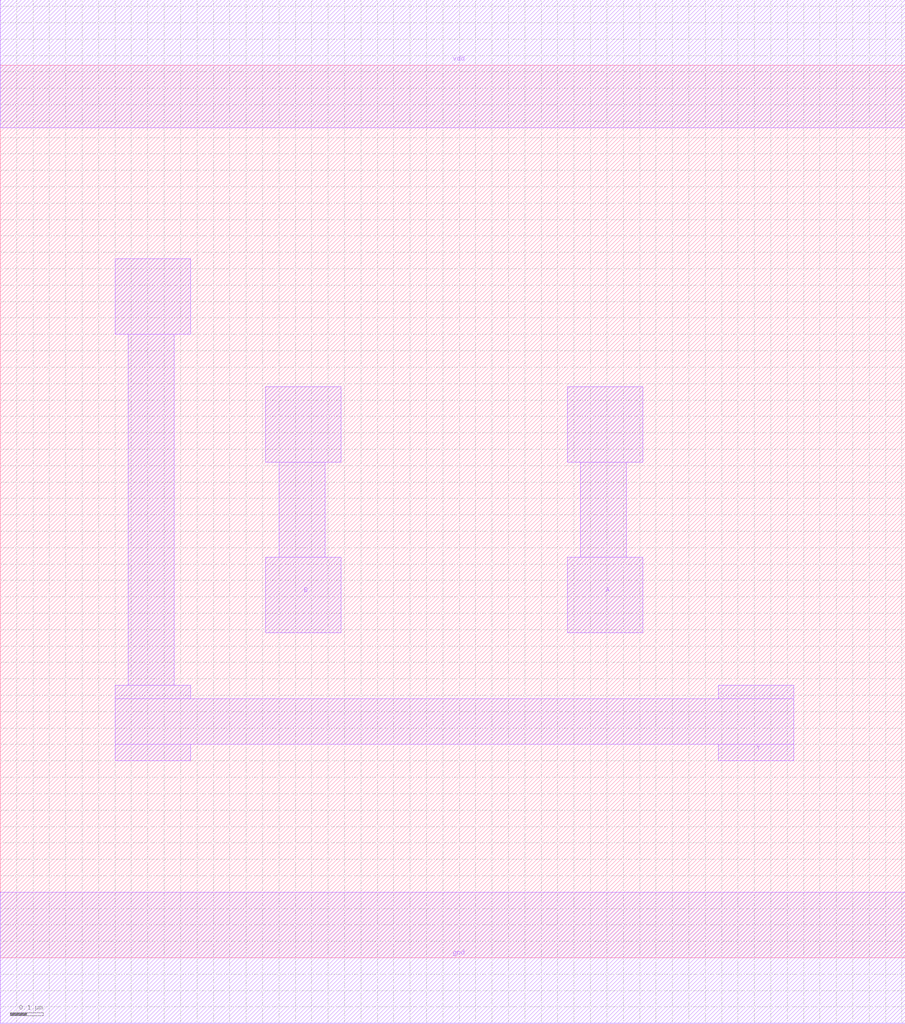
<source format=lef>
VERSION 5.7 ;
  NOWIREEXTENSIONATPIN ON ;
  DIVIDERCHAR "/" ;
  BUSBITCHARS "[]" ;
MACRO NOR2X1
  CLASS CORE ;
  FOREIGN NOR2X1 ;
  ORIGIN 0.000 0.000 ;
  SIZE 2.760 BY 2.720 ;
  SYMMETRY X Y R90 ;
  SITE unithd ;
  PIN vdd
    DIRECTION INOUT ;
    USE SIGNAL ;
    SHAPE ABUTMENT ;
    PORT
      LAYER met2 ;
        RECT 0.000 2.530 2.760 2.920 ;
    END
  END vdd
  PIN gnd
    DIRECTION INOUT ;
    USE SIGNAL ;
    SHAPE ABUTMENT ;
    PORT
      LAYER met2 ;
        RECT 0.000 -0.200 2.760 0.200 ;
    END
  END gnd
  PIN Y
    DIRECTION INOUT ;
    USE SIGNAL ;
    SHAPE ABUTMENT ;
    PORT
      LAYER met2 ;
        RECT 0.350 1.900 0.580 2.130 ;
        RECT 0.390 0.830 0.530 1.900 ;
        RECT 0.350 0.790 0.580 0.830 ;
        RECT 2.190 0.790 2.420 0.830 ;
        RECT 0.350 0.650 2.420 0.790 ;
        RECT 0.350 0.600 0.580 0.650 ;
        RECT 2.190 0.600 2.420 0.650 ;
    END
  END Y
  PIN A
    DIRECTION INOUT ;
    USE SIGNAL ;
    SHAPE ABUTMENT ;
    PORT
      LAYER met2 ;
        RECT 1.730 1.510 1.960 1.740 ;
        RECT 1.770 1.220 1.910 1.510 ;
        RECT 1.730 0.990 1.960 1.220 ;
    END
  END A
  PIN B
    DIRECTION INOUT ;
    USE SIGNAL ;
    SHAPE ABUTMENT ;
    PORT
      LAYER met2 ;
        RECT 0.810 1.510 1.040 1.740 ;
        RECT 0.850 1.220 0.990 1.510 ;
        RECT 0.810 0.990 1.040 1.220 ;
    END
  END B
END NOR2X1
END LIBRARY


</source>
